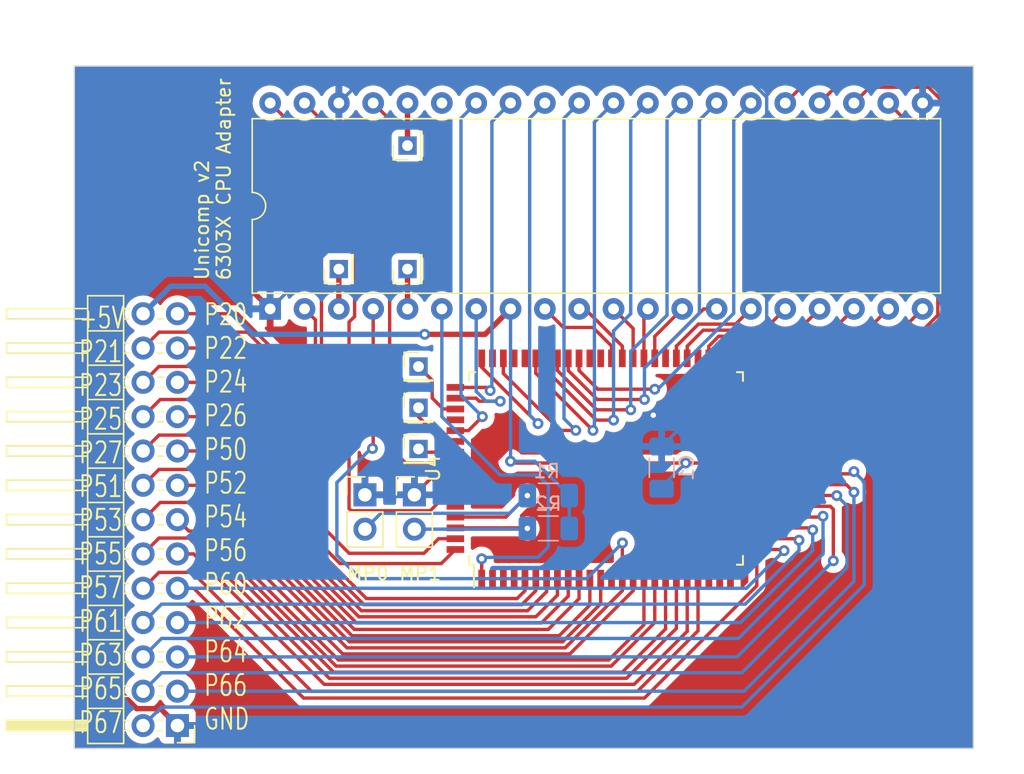
<source format=kicad_pcb>
(kicad_pcb (version 20240108) (generator "pcbnew") (generator_version "8.0")
  (layers (0 "F.Cu" signal) (31 "B.Cu" signal) (34 "B.Paste" user) (35 "F.Paste" user) (36 "B.SilkS" user "B.Silkscreen") (37 "F.SilkS" user "F.Silkscreen") (38 "B.Mask" user) (39 "F.Mask" user) (44 "Edge.Cuts" user))
  (net 0 "")
  (net 1 "+5V")
  (net 2 "GND")
  (net 3 "/P20")
  (net 4 "/P21")
  (net 5 "/P22")
  (net 6 "/~{NMI}")
  (net 7 "/~{IRQ1}")
  (net 8 "/~{RST}")
  (net 9 "/P23")
  (net 10 "/P24")
  (net 11 "/A15")
  (net 12 "/A14")
  (net 13 "/A13")
  (net 14 "/A12")
  (net 15 "/A11")
  (net 16 "/A10")
  (net 17 "/A9")
  (net 18 "/A8")
  (net 19 "/D7")
  (net 20 "/D6")
  (net 21 "/D5")
  (net 22 "/D4")
  (net 23 "/D3")
  (net 24 "/D2")
  (net 25 "/D1")
  (net 26 "/D0")
  (net 27 "/R{slash}~{W}")
  (net 28 "Net-(J6-Pin_1)")
  (net 29 "/A0")
  (net 30 "/A1")
  (net 31 "/A2")
  (net 32 "/A3")
  (net 33 "/A4")
  (net 34 "/A5")
  (net 35 "/A6")
  (net 36 "/A7")
  (net 37 "/PHI2")
  (net 38 "/CPUCLK")
  (net 39 "+5C")
  (net 40 "/MP0")
  (net 41 "/MP1")
  (net 43 "Net-(J3-Pin_1)")
  (net 44 "Net-(J4-Pin_1)")
  (net 45 "/~{HALT}")
  (net 48 "/BA")
  (net 49 "/P25")
  (net 50 "/P26")
  (net 51 "/P27")
  (net 66 "/P51")
  (net 67 "/P52")
  (net 68 "/P53")
  (net 69 "/P54")
  (net 70 "/P55")
  (net 71 "/P56")
  (net 72 "/P57")
  (net 73 "/P60")
  (net 74 "/P61")
  (net 75 "/P62")
  (net 76 "/P63")
  (net 77 "/P64")
  (net 78 "/P65")
  (net 79 "/P66")
  (net 80 "/P67")
  (net 81 "/~{LIR}")
  (net 82 "/~{WR}")
  (net 83 "/~{RD}")
  (footprint "Connector_PinHeader_2.54mm:PinHeader_1x02_P2.54mm_Vertical" (layer "F.Cu") (at 180.7464 66.4922)
    (property "Reference" "JP1" (hide yes))
    (property "Value" "Mode" (hide yes))
  )
  (footprint "Connector_PinHeader_2.00mm:PinHeader_1x01_P2.00mm_Vertical" (layer "F.Cu") (at 183.896 40.64 90)
    (property "Reference" "J4" (hide yes))
    (property "Value" ".")
  )
  (footprint "Package_QFP:PQFP-80_14x20mm_P0.8mm" (layer "F.Cu") (at 198.584 64.538 90)
    (property "Reference" "U4")
    (property "Value" "HD6303XF")
  )
  (footprint "Package_DIP:DIP-40_W15.24mm" (layer "F.Cu") (at 173.736 52.7304 90)
    (property "Reference" "U3" (hide yes))
    (property "Value" "MC6802")
  )
  (footprint "Connector_PinHeader_2.54mm:PinHeader_2x13_P2.54mm_Horizontal" (layer "F.Cu") (at 166.878 83.566 180)
    (property "Reference" "J1" (hide yes))
    (property "Value" "Conn_02x13_Odd_Even" (hide yes))
  )
  (footprint "Connector_PinHeader_2.54mm:PinHeader_1x02_P2.54mm_Vertical" (layer "F.Cu") (at 184.404 66.4922)
    (property "Reference" "JP2" (hide yes))
    (property "Value" "Mode" (hide yes))
  )
  (footprint "Connector_PinHeader_2.00mm:PinHeader_1x01_P2.00mm_Vertical" (layer "F.Cu") (at 184.7088 56.9976)
    (property "Reference" "J7" (hide yes))
    (property "Value" ".")
  )
  (footprint "Connector_PinHeader_2.00mm:PinHeader_1x01_P2.00mm_Vertical" (layer "F.Cu") (at 183.896 49.784 90)
    (property "Reference" "J6" (hide yes))
    (property "Value" ".")
  )
  (footprint "Connector_PinHeader_2.00mm:PinHeader_1x01_P2.00mm_Vertical" (layer "F.Cu") (at 184.7088 60.0456)
    (property "Reference" "J9" (hide yes))
    (property "Value" ".")
  )
  (footprint "Connector_PinHeader_2.00mm:PinHeader_1x01_P2.00mm_Vertical" (layer "F.Cu") (at 184.7088 63.0936)
    (property "Reference" "J8" (hide yes))
    (property "Value" ".")
  )
  (footprint "Connector_PinHeader_2.00mm:PinHeader_1x01_P2.00mm_Vertical" (layer "F.Cu") (at 178.816 49.784 90)
    (property "Reference" "J3" (hide yes))
    (property "Value" ".")
  )
  (footprint "Capacitor_SMD:C_1206_3216Metric_Pad1.33x1.80mm_HandSolder" (layer "B.Cu") (at 202.692 64.4775 90)
    (property "Reference" "C1")
    (property "Value" "100n")
  )
  (footprint "Resistor_SMD:R_1206_3216Metric_Pad1.30x1.75mm_HandSolder" (layer "B.Cu") (at 194.31 66.548 180)
    (property "Reference" "R1")
    (property "Value" "22k")
  )
  (footprint "Resistor_SMD:R_1206_3216Metric_Pad1.30x1.75mm_HandSolder" (layer "B.Cu") (at 194.31 68.974 180)
    (property "Reference" "R2")
    (property "Value" "22k")
  )
  (gr_rect (start 159.25 34.75) (end 225.75 85.262) (stroke (width 0.1)) (fill none) (layer "Edge.Cuts"))
  (gr_text "MP0 MP1\n" (at 179.324 72.898 0) (layer "F.SilkS") (effects (font (size 1 1)) (justify left bottom)))
  (gr_text "+5V\nP21\nP23\nP25\nP27\nP51\nP53\nP55\nP57\nP61\nP63\nP65\nP67" (at 159.5 84.25 0) (layer "F.SilkS") (effects (font (size 1.55 1.1)) (justify left bottom)))
  (gr_text "Unicomp v2\n6303X CPU Adapter" (at 170.8912 50.6984 90) (layer "F.SilkS") (effects (font (size 1 1)) (justify left bottom)))
  (gr_text "P20\nP22\nP24\nP26\nP50\nP52\nP54\nP56\nP60\nP62\nP64\nP66\nGND\n" (at 168.75 84 0) (layer "F.SilkS") (effects (font (size 1.55 1.1)) (justify left bottom)))
  (segment (start 185.166 54.61) (end 189.6364 54.61) (width 0.4) (layer "F.Cu") (net 1))
  (segment (start 189.6364 54.61) (end 191.516 52.7304) (width 0.4) (layer "F.Cu") (net 1))
  (segment (start 204.47 64.138) (end 200.914 64.138) (width 0.25) (layer "F.Cu") (net 1))
  (segment (start 200.914 64.138) (end 191.646 64.138) (width 0.25) (layer "F.Cu") (net 1))
  (segment (start 191.646 64.138) (end 191.516 64.008) (width 0.25) (layer "F.Cu") (net 1))
  (segment (start 209.734 64.138) (end 204.47 64.138) (width 0.25) (layer "F.Cu") (net 1))
  (via (at 191.516 64.008) (size 0.8) (drill 0.4) (layers "F.Cu" "B.Cu") (net 1))
  (via (at 204.47 64.138) (size 0.8) (drill 0.4) (layers "F.Cu" "B.Cu") (net 1))
  (via (at 185.166 54.61) (size 0.8) (drill 0.4) (layers "F.Cu" "B.Cu") (net 1))
  (segment (start 195.86 66.548) (end 195.86 68.974) (width 0.25) (layer "B.Cu") (net 1))
  (segment (start 172.466 54.61) (end 185.166 54.61) (width 0.4) (layer "B.Cu") (net 1))
  (segment (start 191.516 64.008) (end 193.32 64.008) (width 0.25) (layer "B.Cu") (net 1))
  (segment (start 166.37 51.054) (end 168.91 51.054) (width 0.4) (layer "B.Cu") (net 1))
  (segment (start 164.338 53.086) (end 166.37 51.054) (width 0.4) (layer "B.Cu") (net 1))
  (segment (start 193.32 64.008) (end 195.86 66.548) (width 0.25) (layer "B.Cu") (net 1))
  (segment (start 168.91 51.054) (end 172.466 54.61) (width 0.4) (layer "B.Cu") (net 1))
  (segment (start 191.516 64.008) (end 191.516 52.7304) (width 0.25) (layer "B.Cu") (net 1))
  (segment (start 202.692 66.04) (end 202.692 65.916) (width 0.25) (layer "B.Cu") (net 1))
  (segment (start 202.692 65.916) (end 204.47 64.138) (width 0.25) (layer "B.Cu") (net 1))
  (segment (start 163.860233 82.316) (end 165.628 82.316) (width 0.4) (layer "F.Cu") (net 2))
  (segment (start 165.628 82.316) (end 166.878 83.566) (width 0.4) (layer "F.Cu") (net 2))
  (segment (start 205.384 57.288) (end 202.075 60.597) (width 0.25) (layer "F.Cu") (net 2))
  (segment (start 180.7464 66.4922) (end 184.404 66.4922) (width 0.25) (layer "F.Cu") (net 2))
  (segment (start 163.576 51.054) (end 162.306 52.324) (width 0.4) (layer "F.Cu") (net 2))
  (segment (start 191.43 62.992) (end 189.484 64.938) (width 0.25) (layer "F.Cu") (net 2))
  (segment (start 187.434 64.938) (end 185.9582 64.938) (width 0.25) (layer "F.Cu") (net 2))
  (segment (start 162.306 52.324) (end 162.306 80.761767) (width 0.4) (layer "F.Cu") (net 2))
  (segment (start 162.306 80.761767) (end 163.860233 82.316) (width 0.4) (layer "F.Cu") (net 2))
  (segment (start 205.384 56.388) (end 205.384 57.288) (width 0.25) (layer "F.Cu") (net 2))
  (segment (start 172.0596 51.054) (end 163.576 51.054) (width 0.4) (layer "F.Cu") (net 2))
  (segment (start 199.68 62.992) (end 191.43 62.992) (width 0.25) (layer "F.Cu") (net 2))
  (segment (start 173.736 52.7304) (end 172.0596 51.054) (width 0.4) (layer "F.Cu") (net 2))
  (segment (start 202.075 60.597) (end 199.68 62.992) (width 0.25) (layer "F.Cu") (net 2))
  (segment (start 189.484 64.938) (end 187.434 64.938) (width 0.25) (layer "F.Cu") (net 2))
  (segment (start 185.9582 64.938) (end 184.404 66.4922) (width 0.25) (layer "F.Cu") (net 2))
  (via (at 202.075 60.597) (size 0.8) (drill 0.4) (layers "F.Cu" "B.Cu") (net 2))
  (segment (start 178.816 37.4904) (end 180.2892 36.0172) (width 0.25) (layer "B.Cu") (net 2))
  (segment (start 210.4644 37.067809) (end 210.4644 55.1426) (width 0.25) (layer "B.Cu") (net 2))
  (segment (start 210.4644 55.1426) (end 202.692 62.915) (width 0.25) (layer "B.Cu") (net 2))
  (segment (start 202.692 62.915) (end 202.692 61.214) (width 0.25) (layer "B.Cu") (net 2))
  (segment (start 178.816 47.6504) (end 173.736 52.7304) (width 0.25) (layer "B.Cu") (net 2))
  (segment (start 202.692 61.214) (end 202.075 60.597) (width 0.25) (layer "B.Cu") (net 2))
  (segment (start 178.816 37.4904) (end 178.816 47.6504) (width 0.25) (layer "B.Cu") (net 2))
  (segment (start 180.2892 36.0172) (end 209.413791 36.0172) (width 0.25) (layer "B.Cu") (net 2))
  (segment (start 209.413791 36.0172) (end 210.4644 37.067809) (width 0.25) (layer "B.Cu") (net 2))
  (segment (start 180.859168 74.168) (end 192.004 74.168) (width 0.25) (layer "F.Cu") (net 3))
  (segment (start 171.324396 53.086) (end 176.632 58.393604) (width 0.25) (layer "F.Cu") (net 3))
  (segment (start 176.632 69.940832) (end 180.859168 74.168) (width 0.25) (layer "F.Cu") (net 3))
  (segment (start 166.878 53.086) (end 171.324396 53.086) (width 0.25) (layer "F.Cu") (net 3))
  (segment (start 192.004 74.168) (end 192.584 73.588) (width 0.25) (layer "F.Cu") (net 3))
  (segment (start 192.584 73.588) (end 192.584 72.688) (width 0.25) (layer "F.Cu") (net 3))
  (segment (start 176.632 58.393604) (end 176.632 69.940832) (width 0.25) (layer "F.Cu") (net 3))
  (segment (start 164.338 55.626) (end 165.513 54.451) (width 0.25) (layer "F.Cu") (net 4))
  (segment (start 192.354 74.618) (end 193.384 73.588) (width 0.25) (layer "F.Cu") (net 4))
  (segment (start 193.384 73.588) (end 193.384 72.688) (width 0.25) (layer "F.Cu") (net 4))
  (segment (start 172.053 54.451) (end 176.182 58.58) (width 0.25) (layer "F.Cu") (net 4))
  (segment (start 165.513 54.451) (end 172.053 54.451) (width 0.25) (layer "F.Cu") (net 4))
  (segment (start 176.182 58.58) (end 176.182 70.127228) (width 0.25) (layer "F.Cu") (net 4))
  (segment (start 176.182 70.127228) (end 180.672772 74.618) (width 0.25) (layer "F.Cu") (net 4))
  (segment (start 180.672772 74.618) (end 192.354 74.618) (width 0.25) (layer "F.Cu") (net 4))
  (segment (start 194.184 72.688) (end 194.184 73.660396) (width 0.25) (layer "F.Cu") (net 5))
  (segment (start 192.776396 75.068) (end 180.486376 75.068) (width 0.25) (layer "F.Cu") (net 5))
  (segment (start 180.486376 75.068) (end 175.732 70.313624) (width 0.25) (layer "F.Cu") (net 5))
  (segment (start 175.732 70.313624) (end 175.732 59.779604) (width 0.25) (layer "F.Cu") (net 5))
  (segment (start 194.184 73.660396) (end 192.776396 75.068) (width 0.25) (layer "F.Cu") (net 5))
  (segment (start 175.732 59.779604) (end 171.578396 55.626) (width 0.25) (layer "F.Cu") (net 5))
  (segment (start 171.578396 55.626) (end 166.878 55.626) (width 0.25) (layer "F.Cu") (net 5))
  (segment (start 189.3824 71.2216) (end 189.3824 72.6864) (width 0.25) (layer "F.Cu") (net 6))
  (segment (start 189.3824 72.6864) (end 189.384 72.688) (width 0.25) (layer "F.Cu") (net 6))
  (via (at 189.3824 71.2216) (size 0.8) (drill 0.4) (layers "F.Cu" "B.Cu") (net 6))
  (segment (start 193.548 71.12) (end 189.484 71.12) (width 0.25) (layer "B.Cu") (net 6))
  (segment (start 189.484 71.12) (end 189.3824 71.2216) (width 0.25) (layer "B.Cu") (net 6))
  (segment (start 186.436 52.7304) (end 186.436 60.706) (width 0.25) (layer "B.Cu") (net 6))
  (segment (start 193.548 65.024) (end 194.31 65.786) (width 0.25) (layer "B.Cu") (net 6))
  (segment (start 186.436 60.706) (end 190.754 65.024) (width 0.25) (layer "B.Cu") (net 6))
  (segment (start 190.754 65.024) (end 193.548 65.024) (width 0.25) (layer "B.Cu") (net 6))
  (segment (start 194.31 65.786) (end 194.31 70.358) (width 0.25) (layer "B.Cu") (net 6))
  (segment (start 194.31 70.358) (end 193.548 71.12) (width 0.25) (layer "B.Cu") (net 6))
  (segment (start 181.356 52.7304) (end 181.356 63.013584) (width 0.25) (layer "F.Cu") (net 7))
  (segment (start 172.974 63.754) (end 172.974 71.374) (width 0.25) (layer "F.Cu") (net 7))
  (segment (start 172.466 63.246) (end 172.974 63.754) (width 0.25) (layer "F.Cu") (net 7))
  (segment (start 172.974 71.374) (end 179.418 77.818) (width 0.25) (layer "F.Cu") (net 7))
  (segment (start 166.878 63.246) (end 172.466 63.246) (width 0.25) (layer "F.Cu") (net 7))
  (segment (start 195.554 77.818) (end 199.784 73.588) (width 0.25) (layer "F.Cu") (net 7))
  (segment (start 181.356 63.013584) (end 181.3052 63.064384) (width 0.25) (layer "F.Cu") (net 7))
  (segment (start 179.418 77.818) (end 195.554 77.818) (width 0.25) (layer "F.Cu") (net 7))
  (segment (start 199.7964 70.0532) (end 199.784 70.0656) (width 0.25) (layer "F.Cu") (net 7))
  (segment (start 199.784 70.0656) (end 199.784 72.688) (width 0.25) (layer "F.Cu") (net 7))
  (segment (start 199.784 73.588) (end 199.784 72.688) (width 0.25) (layer "F.Cu") (net 7))
  (via (at 199.7964 70.0532) (size 0.8) (drill 0.4) (layers "F.Cu" "B.Cu") (net 7))
  (via (at 181.3052 63.064384) (size 0.8) (drill 0.4) (layers "F.Cu" "B.Cu") (net 7))
  (segment (start 197.1548 72.6948) (end 180.414804 72.6948) (width 0.25) (layer "B.Cu") (net 7))
  (segment (start 199.7964 70.0532) (end 197.1548 72.6948) (width 0.25) (layer "B.Cu") (net 7))
  (segment (start 180.414804 72.6948) (end 178.6708 70.950796) (width 0.25) (layer "B.Cu") (net 7))
  (segment (start 181.18782 63.064384) (end 181.3052 63.064384) (width 0.25) (layer "B.Cu") (net 7))
  (segment (start 178.6708 70.950796) (end 178.6708 65.581404) (width 0.25) (layer "B.Cu") (net 7))
  (segment (start 178.6708 65.581404) (end 181.18782 63.064384) (width 0.25) (layer "B.Cu") (net 7))
  (segment (start 177.532 41.2864) (end 173.736 37.4904) (width 0.25) (layer "F.Cu") (net 8))
  (segment (start 187.434 69.738) (end 186.1924 69.738) (width 0.25) (layer "F.Cu") (net 8))
  (segment (start 186.1924 69.738) (end 185.1152 70.8152) (width 0.25) (layer "F.Cu") (net 8))
  (segment (start 179.578 70.8152) (end 177.532 68.7692) (width 0.25) (layer "F.Cu") (net 8))
  (segment (start 185.1152 70.8152) (end 179.578 70.8152) (width 0.25) (layer "F.Cu") (net 8))
  (segment (start 177.532 68.7692) (end 177.532 41.2864) (width 0.25) (layer "F.Cu") (net 8))
  (segment (start 172.307 56.991) (end 175.282 59.966) (width 0.25) (layer "F.Cu") (net 9))
  (segment (start 193.388 75.518) (end 194.984 73.922) (width 0.25) (layer "F.Cu") (net 9))
  (segment (start 175.282 59.966) (end 175.282 70.50002) (width 0.25) (layer "F.Cu") (net 9))
  (segment (start 165.513 56.991) (end 172.307 56.991) (width 0.25) (layer "F.Cu") (net 9))
  (segment (start 164.338 58.166) (end 165.513 56.991) (width 0.25) (layer "F.Cu") (net 9))
  (segment (start 194.984 73.922) (end 194.984 72.688) (width 0.25) (layer "F.Cu") (net 9))
  (segment (start 180.29998 75.518) (end 193.388 75.518) (width 0.25) (layer "F.Cu") (net 9))
  (segment (start 175.282 70.50002) (end 180.29998 75.518) (width 0.25) (layer "F.Cu") (net 9))
  (segment (start 195.784 73.988198) (end 193.804198 75.968) (width 0.25) (layer "F.Cu") (net 10))
  (segment (start 195.784 72.688) (end 195.784 73.988198) (width 0.25) (layer "F.Cu") (net 10))
  (segment (start 174.832 61.165604) (end 171.832396 58.166) (width 0.25) (layer "F.Cu") (net 10))
  (segment (start 171.832396 58.166) (end 166.878 58.166) (width 0.25) (layer "F.Cu") (net 10))
  (segment (start 180.113584 75.968) (end 174.832 70.686416) (width 0.25) (layer "F.Cu") (net 10))
  (segment (start 193.804198 75.968) (end 180.113584 75.968) (width 0.25) (layer "F.Cu") (net 10))
  (segment (start 174.832 70.686416) (end 174.832 61.165604) (width 0.25) (layer "F.Cu") (net 10))
  (segment (start 216.316 63.338) (end 225.044 54.61) (width 0.25) (layer "F.Cu") (net 11))
  (segment (start 225.044 54.61) (end 225.044 36.322) (width 0.25) (layer "F.Cu") (net 11))
  (segment (start 225.044 36.322) (end 223.972 35.25) (width 0.25) (layer "F.Cu") (net 11))
  (segment (start 223.972 35.25) (end 214.0764 35.25) (width 0.25) (layer "F.Cu") (net 11))
  (segment (start 209.734 63.338) (end 216.316 63.338) (width 0.25) (layer "F.Cu") (net 11))
  (segment (start 214.0764 35.25) (end 211.836 37.4904) (width 0.25) (layer "F.Cu") (net 11))
  (segment (start 209.734 62.538) (end 216.354 62.538) (width 0.25) (layer "F.Cu") (net 12))
  (segment (start 223.202 35.75) (end 216.1164 35.75) (width 0.25) (layer "F.Cu") (net 12))
  (segment (start 216.1164 35.75) (end 214.376 37.4904) (width 0.25) (layer "F.Cu") (net 12))
  (segment (start 216.354 62.538) (end 224.536 54.356) (width 0.25) (layer "F.Cu") (net 12))
  (segment (start 224.536 54.356) (end 224.536 37.084) (width 0.25) (layer "F.Cu") (net 12))
  (segment (start 224.536 37.084) (end 223.202 35.75) (width 0.25) (layer "F.Cu") (net 12))
  (segment (start 224.086 53.79) (end 224.086 37.989409) (width 0.25) (layer "F.Cu") (net 13))
  (segment (start 222.418591 36.322) (end 218.0844 36.322) (width 0.25) (layer "F.Cu") (net 13))
  (segment (start 224.086 37.989409) (end 222.418591 36.322) (width 0.25) (layer "F.Cu") (net 13))
  (segment (start 216.138 61.738) (end 224.086 53.79) (width 0.25) (layer "F.Cu") (net 13))
  (segment (start 218.0844 36.322) (end 216.916 37.4904) (width 0.25) (layer "F.Cu") (net 13))
  (segment (start 209.734 61.738) (end 216.138 61.738) (width 0.25) (layer "F.Cu") (net 13))
  (segment (start 209.734 60.938) (end 215.379391 60.938) (width 0.25) (layer "F.Cu") (net 14))
  (segment (start 223.121 53.196391) (end 223.121 41.1554) (width 0.25) (layer "F.Cu") (net 14))
  (segment (start 215.379391 60.938) (end 223.121 53.196391) (width 0.25) (layer "F.Cu") (net 14))
  (segment (start 223.121 41.1554) (end 219.456 37.4904) (width 0.25) (layer "F.Cu") (net 14))
  (segment (start 214.5884 60.138) (end 221.996 52.7304) (width 0.25) (layer "F.Cu") (net 15))
  (segment (start 209.734 60.138) (end 214.5884 60.138) (width 0.25) (layer "F.Cu") (net 15))
  (segment (start 212.8484 59.338) (end 219.456 52.7304) (width 0.25) (layer "F.Cu") (net 16))
  (segment (start 209.734 59.338) (end 212.8484 59.338) (width 0.25) (layer "F.Cu") (net 16))
  (segment (start 209.734 58.538) (end 211.1084 58.538) (width 0.25) (layer "F.Cu") (net 17))
  (segment (start 211.1084 58.538) (end 216.916 52.7304) (width 0.25) (layer "F.Cu") (net 17))
  (segment (start 206.9166 54.7554) (end 212.351 54.7554) (width 0.25) (layer "F.Cu") (net 18))
  (segment (start 212.351 54.7554) (end 214.376 52.7304) (width 0.25) (layer "F.Cu") (net 18))
  (segment (start 206.184 56.388) (end 206.184 55.488) (width 0.25) (layer "F.Cu") (net 18))
  (segment (start 206.184 55.488) (end 206.9166 54.7554) (width 0.25) (layer "F.Cu") (net 18))
  (segment (start 196.584 56.388) (end 196.584 57.288) (width 0.25) (layer "F.Cu") (net 19))
  (segment (start 197.97 58.674) (end 202.184 58.674) (width 0.25) (layer "F.Cu") (net 19))
  (segment (start 196.584 57.288) (end 197.97 58.674) (width 0.25) (layer "F.Cu") (net 19))
  (via (at 202.184 58.674) (size 0.8) (drill 0.4) (layers "F.Cu" "B.Cu") (net 19))
  (segment (start 202.184 58.674) (end 202.403391 58.674) (width 0.25) (layer "B.Cu") (net 19))
  (segment (start 208.026 38.7604) (end 209.296 37.4904) (width 0.25) (layer "B.Cu") (net 19))
  (segment (start 208.026 53.051391) (end 208.026 38.7604) (width 0.25) (layer "B.Cu") (net 19))
  (segment (start 202.403391 58.674) (end 208.026 53.051391) (width 0.25) (layer "B.Cu") (net 19))
  (segment (start 195.784 56.388) (end 195.784 57.288) (width 0.25) (layer "F.Cu") (net 20))
  (segment (start 195.784 57.288) (end 197.932 59.436) (width 0.25) (layer "F.Cu") (net 20))
  (segment (start 197.932 59.436) (end 201.422 59.436) (width 0.25) (layer "F.Cu") (net 20))
  (via (at 201.422 59.436) (size 0.8) (drill 0.4) (layers "F.Cu" "B.Cu") (net 20))
  (segment (start 201.422 59.436) (end 201.422 57.115391) (width 0.25) (layer "B.Cu") (net 20))
  (segment (start 205.486 53.051391) (end 205.486 38.7604) (width 0.25) (layer "B.Cu") (net 20))
  (segment (start 201.422 57.115391) (end 205.486 53.051391) (width 0.25) (layer "B.Cu") (net 20))
  (segment (start 205.486 38.7604) (end 206.756 37.4904) (width 0.25) (layer "B.Cu") (net 20))
  (segment (start 194.984 57.288) (end 197.894 60.198) (width 0.25) (layer "F.Cu") (net 21))
  (segment (start 194.984 56.388) (end 194.984 57.288) (width 0.25) (layer "F.Cu") (net 21))
  (segment (start 197.894 60.198) (end 200.406 60.198) (width 0.25) (layer "F.Cu") (net 21))
  (via (at 200.406 60.198) (size 0.8) (drill 0.4) (layers "F.Cu" "B.Cu") (net 21))
  (segment (start 203.091 53.195) (end 203.091 38.6154) (width 0.25) (layer "B.Cu") (net 21))
  (segment (start 200.406 55.88) (end 203.091 53.195) (width 0.25) (layer "B.Cu") (net 21))
  (segment (start 203.091 38.6154) (end 204.216 37.4904) (width 0.25) (layer "B.Cu") (net 21))
  (segment (start 200.406 60.198) (end 200.406 55.88) (width 0.25) (layer "B.Cu") (net 21))
  (segment (start 197.856 60.96) (end 199.136 60.96) (width 0.25) (layer "F.Cu") (net 22))
  (segment (start 194.184 57.288) (end 197.856 60.96) (width 0.25) (layer "F.Cu") (net 22))
  (segment (start 194.184 56.388) (end 194.184 57.288) (width 0.25) (layer "F.Cu") (net 22))
  (via (at 199.136 60.96) (size 0.8) (drill 0.4) (layers "F.Cu" "B.Cu") (net 22))
  (segment (start 200.406 38.7604) (end 201.676 37.4904) (width 0.25) (layer "B.Cu") (net 22))
  (segment (start 200.406 53.086) (end 200.406 38.7604) (width 0.25) (layer "B.Cu") (net 22))
  (segment (start 199.136 60.96) (end 199.136 54.356) (width 0.25) (layer "B.Cu") (net 22))
  (segment (start 199.136 54.356) (end 200.406 53.086) (width 0.25) (layer "B.Cu") (net 22))
  (segment (start 193.384 56.388) (end 193.384 57.494) (width 0.25) (layer "F.Cu") (net 23))
  (segment (start 193.384 57.494) (end 197.612 61.722) (width 0.25) (layer "F.Cu") (net 23))
  (via (at 197.612 61.722) (size 0.8) (drill 0.4) (layers "F.Cu" "B.Cu") (net 23))
  (segment (start 197.612 61.722) (end 197.721 61.613) (width 0.25) (layer "B.Cu") (net 23))
  (segment (start 197.721 38.9054) (end 199.136 37.4904) (width 0.25) (layer "B.Cu") (net 23))
  (segment (start 197.721 61.613) (end 197.721 38.9054) (width 0.25) (layer "B.Cu") (net 23))
  (segment (start 190.984 57.507) (end 195.199 61.722) (width 0.25) (layer "F.Cu") (net 24))
  (segment (start 195.199 61.722) (end 196.342 61.722) (width 0.25) (layer "F.Cu") (net 24))
  (segment (start 190.984 56.388) (end 190.984 57.507) (width 0.25) (layer "F.Cu") (net 24))
  (via (at 196.342 61.722) (size 0.8) (drill 0.4) (layers "F.Cu" "B.Cu") (net 24))
  (segment (start 196.342 61.722) (end 195.471 60.851) (width 0.25) (layer "B.Cu") (net 24))
  (segment (start 195.471 60.851) (end 195.471 38.6154) (width 0.25) (layer "B.Cu") (net 24))
  (segment (start 195.471 38.6154) (end 196.596 37.4904) (width 0.25) (layer "B.Cu") (net 24))
  (segment (start 189.384 56.388) (end 189.384 57.05) (width 0.25) (layer "F.Cu") (net 25))
  (segment (start 189.384 57.05) (end 193.548 61.214) (width 0.25) (layer "F.Cu") (net 25))
  (via (at 193.548 61.214) (size 0.8) (drill 0.4) (layers "F.Cu" "B.Cu") (net 25))
  (segment (start 192.931 38.6154) (end 194.056 37.4904) (width 0.25) (layer "B.Cu") (net 25))
  (segment (start 192.931 60.597) (end 192.931 38.6154) (width 0.25) (layer "B.Cu") (net 25))
  (segment (start 193.548 61.214) (end 192.931 60.597) (width 0.25) (layer "B.Cu") (net 25))
  (segment (start 187.434 58.538) (end 189.775984 58.538) (width 0.25) (layer "F.Cu") (net 26))
  (segment (start 189.775984 58.538) (end 190.010992 58.773008) (width 0.25) (layer "F.Cu") (net 26))
  (via (at 190.010992 58.773008) (size 0.8) (drill 0.4) (layers "F.Cu" "B.Cu") (net 26))
  (segment (start 190.137992 38.868408) (end 190.137992 58.646008) (width 0.25) (layer "B.Cu") (net 26))
  (segment (start 190.137992 58.646008) (end 190.010992 58.773008) (width 0.25) (layer "B.Cu") (net 26))
  (segment (start 191.516 37.4904) (end 190.137992 38.868408) (width 0.25) (layer "B.Cu") (net 26))
  (segment (start 188.4012 61.738) (end 189.4332 60.706) (width 0.25) (layer "F.Cu") (net 27))
  (segment (start 187.434 61.738) (end 188.4012 61.738) (width 0.25) (layer "F.Cu") (net 27))
  (via (at 189.4332 60.706) (size 0.8) (drill 0.4) (layers "F.Cu" "B.Cu") (net 27))
  (segment (start 189.4332 60.706) (end 187.851 59.1238) (width 0.25) (layer "B.Cu") (net 27))
  (segment (start 187.851 38.6154) (end 188.976 37.4904) (width 0.25) (layer "B.Cu") (net 27))
  (segment (start 187.851 59.1238) (end 187.851 38.6154) (width 0.25) (layer "B.Cu") (net 27))
  (segment (start 183.896 49.784) (end 183.896 52.7304) (width 0.4) (layer "F.Cu") (net 28))
  (segment (start 198.984 55.474) (end 198.984 56.388) (width 0.25) (layer "F.Cu") (net 29))
  (segment (start 195.4276 54.102) (end 197.612 54.102) (width 0.25) (layer "F.Cu") (net 29))
  (segment (start 194.056 52.7304) (end 195.4276 54.102) (width 0.25) (layer "F.Cu") (net 29))
  (segment (start 197.612 54.102) (end 198.984 55.474) (width 0.25) (layer "F.Cu") (net 29))
  (segment (start 196.596 52.7304) (end 197.0264 52.7304) (width 0.25) (layer "F.Cu") (net 30))
  (segment (start 199.784 55.488) (end 199.784 56.388) (width 0.25) (layer "F.Cu") (net 30))
  (segment (start 197.0264 52.7304) (end 199.784 55.488) (width 0.25) (layer "F.Cu") (net 30))
  (segment (start 199.136 52.7304) (end 200.584 54.1784) (width 0.25) (layer "F.Cu") (net 31))
  (segment (start 200.584 54.1784) (end 200.584 56.388) (width 0.25) (layer "F.Cu") (net 31))
  (segment (start 201.384 53.0224) (end 201.384 56.388) (width 0.25) (layer "F.Cu") (net 32))
  (segment (start 201.676 52.7304) (end 201.384 53.0224) (width 0.25) (layer "F.Cu") (net 32))
  (segment (start 204.216 52.7304) (end 202.184 54.7624) (width 0.25) (layer "F.Cu") (net 33))
  (segment (start 202.184 54.7624) (end 202.184 56.388) (width 0.25) (layer "F.Cu") (net 33))
  (segment (start 206.756 52.7304) (end 205.806991 52.7304) (width 0.25) (layer "F.Cu") (net 34))
  (segment (start 202.984 55.553391) (end 202.984 56.388) (width 0.25) (layer "F.Cu") (net 34))
  (segment (start 205.806991 52.7304) (end 202.984 55.553391) (width 0.25) (layer "F.Cu") (net 34))
  (segment (start 208.171 53.8554) (end 205.4166 53.8554) (width 0.25) (layer "F.Cu") (net 35))
  (segment (start 205.4166 53.8554) (end 203.784 55.488) (width 0.25) (layer "F.Cu") (net 35))
  (segment (start 209.296 52.7304) (end 208.171 53.8554) (width 0.25) (layer "F.Cu") (net 35))
  (segment (start 203.784 55.488) (end 203.784 56.388) (width 0.25) (layer "F.Cu") (net 35))
  (segment (start 211.836 52.7304) (end 210.261 54.3054) (width 0.25) (layer "F.Cu") (net 36))
  (segment (start 205.7666 54.3054) (end 204.584 55.488) (width 0.25) (layer "F.Cu") (net 36))
  (segment (start 204.584 55.488) (end 204.584 56.388) (width 0.25) (layer "F.Cu") (net 36))
  (segment (start 210.261 54.3054) (end 205.7666 54.3054) (width 0.25) (layer "F.Cu") (net 36))
  (segment (start 182.5752 38.7096) (end 181.356 37.4904) (width 0.25) (layer "F.Cu") (net 37))
  (segment (start 187.434 64.138) (end 183.7532 64.138) (width 0.25) (layer "F.Cu") (net 37))
  (segment (start 183.7532 64.138) (end 182.5752 62.96) (width 0.25) (layer "F.Cu") (net 37))
  (segment (start 182.5752 62.96) (end 182.5752 38.7096) (width 0.25) (layer "F.Cu") (net 37))
  (segment (start 179.9844 41.1988) (end 176.276 37.4904) (width 0.25) (layer "F.Cu") (net 38))
  (segment (start 186.7066 66.538) (end 185.5774 67.6672) (width 0.25) (layer "F.Cu") (net 38))
  (segment (start 185.5774 67.6672) (end 179.732 67.6672) (width 0.25) (layer "F.Cu") (net 38))
  (segment (start 179.5714 53.7022) (end 179.9844 53.2892) (width 0.25) (layer "F.Cu") (net 38))
  (segment (start 187.434 66.538) (end 186.7066 66.538) (width 0.25) (layer "F.Cu") (net 38))
  (segment (start 179.5714 67.5066) (end 179.5714 53.7022) (width 0.25) (layer "F.Cu") (net 38))
  (segment (start 179.732 67.6672) (end 179.5714 67.5066) (width 0.25) (layer "F.Cu") (net 38))
  (segment (start 179.9844 53.2892) (end 179.9844 41.1988) (width 0.25) (layer "F.Cu") (net 38))
  (segment (start 187.434 68.138) (end 191.17 68.138) (width 0.25) (layer "F.Cu") (net 40))
  (segment (start 191.17 68.138) (end 192.76 66.548) (width 0.25) (layer "F.Cu") (net 40))
  (via (at 192.76 66.548) (size 0.8) (drill 0.4) (layers "F.Cu" "B.Cu") (net 40))
  (segment (start 180.7464 69.0322) (end 181.9214 67.8572) (width 0.25) (layer "B.Cu") (net 40))
  (segment (start 191.4508 67.8572) (end 192.76 66.548) (width 0.25) (layer "B.Cu") (net 40))
  (segment (start 181.9214 67.8572) (end 191.4508 67.8572) (width 0.25) (layer "B.Cu") (net 40))
  (segment (start 187.434 68.938) (end 192.724 68.938) (width 0.25) (layer "F.Cu") (net 41))
  (segment (start 192.724 68.938) (end 192.76 68.974) (width 0.25) (layer "F.Cu") (net 41))
  (via (at 192.76 68.974) (size 0.8) (drill 0.4) (layers "F.Cu" "B.Cu") (net 41))
  (segment (start 192.7018 69.0322) (end 192.76 68.974) (width 0.25) (layer "B.Cu") (net 41))
  (segment (start 184.404 69.0322) (end 192.7018 69.0322) (width 0.25) (layer "B.Cu") (net 41))
  (segment (start 178.816 49.784) (end 178.816 52.7304) (width 0.4) (layer "F.Cu") (net 43))
  (segment (start 183.896 37.4904) (end 183.896 40.64) (width 0.4) (layer "F.Cu") (net 44))
  (segment (start 178.904764 71.5772) (end 177.082 69.754436) (width 0.25) (layer "F.Cu") (net 45))
  (segment (start 177.082 53.5364) (end 176.276 52.7304) (width 0.25) (layer "F.Cu") (net 45))
  (segment (start 187.434 70.538) (end 186.3948 71.5772) (width 0.25) (layer "F.Cu") (net 45))
  (segment (start 186.3948 71.5772) (end 178.904764 71.5772) (width 0.25) (layer "F.Cu") (net 45))
  (segment (start 177.082 69.754436) (end 177.082 53.5364) (width 0.25) (layer "F.Cu") (net 45))
  (segment (start 188.976 59.338) (end 189.201 59.563) (width 0.25) (layer "F.Cu") (net 48))
  (segment (start 189.201 59.563) (end 190.754 59.563) (width 0.25) (layer "F.Cu") (net 48))
  (segment (start 187.434 59.338) (end 188.976 59.338) (width 0.25) (layer "F.Cu") (net 48))
  (via (at 190.754 59.563) (size 0.8) (drill 0.4) (layers "F.Cu" "B.Cu") (net 48))
  (segment (start 189.704968 59.563) (end 190.754 59.563) (width 0.25) (layer "B.Cu") (net 48))
  (segment (start 188.976 52.7304) (end 188.976 58.834032) (width 0.25) (layer "B.Cu") (net 48))
  (segment (start 188.976 58.834032) (end 189.704968 59.563) (width 0.25) (layer "B.Cu") (net 48))
  (segment (start 174.382 70.872812) (end 179.963188 76.454) (width 0.25) (layer "F.Cu") (net 49))
  (segment (start 196.584 74.18) (end 196.584 72.688) (width 0.25) (layer "F.Cu") (net 49))
  (segment (start 194.31 76.454) (end 196.584 74.18) (width 0.25) (layer "F.Cu") (net 49))
  (segment (start 172.466 59.436) (end 174.382 61.352) (width 0.25) (layer "F.Cu") (net 49))
  (segment (start 165.608 59.436) (end 172.466 59.436) (width 0.25) (layer "F.Cu") (net 49))
  (segment (start 164.338 60.706) (end 165.608 59.436) (width 0.25) (layer "F.Cu") (net 49))
  (segment (start 179.963188 76.454) (end 194.31 76.454) (width 0.25) (layer "F.Cu") (net 49))
  (segment (start 174.382 61.352) (end 174.382 70.872812) (width 0.25) (layer "F.Cu") (net 49))
  (segment (start 173.932 71.059208) (end 173.932 62.805604) (width 0.25) (layer "F.Cu") (net 50))
  (segment (start 179.790792 76.918) (end 173.932 71.059208) (width 0.25) (layer "F.Cu") (net 50))
  (segment (start 173.932 62.805604) (end 171.832396 60.706) (width 0.25) (layer "F.Cu") (net 50))
  (segment (start 197.384 74.65) (end 195.116 76.918) (width 0.25) (layer "F.Cu") (net 50))
  (segment (start 197.384 72.688) (end 197.384 74.65) (width 0.25) (layer "F.Cu") (net 50))
  (segment (start 171.832396 60.706) (end 166.878 60.706) (width 0.25) (layer "F.Cu") (net 50))
  (segment (start 195.116 76.918) (end 179.790792 76.918) (width 0.25) (layer "F.Cu") (net 50))
  (segment (start 173.482 71.245604) (end 179.604396 77.368) (width 0.25) (layer "F.Cu") (net 51))
  (segment (start 164.338 63.246) (end 165.513 62.071) (width 0.25) (layer "F.Cu") (net 51))
  (segment (start 173.482 62.992) (end 173.482 71.245604) (width 0.25) (layer "F.Cu") (net 51))
  (segment (start 179.604396 77.368) (end 195.367604 77.368) (width 0.25) (layer "F.Cu") (net 51))
  (segment (start 172.561 62.071) (end 173.482 62.992) (width 0.25) (layer "F.Cu") (net 51))
  (segment (start 195.367604 77.368) (end 198.184 74.551604) (width 0.25) (layer "F.Cu") (net 51))
  (segment (start 198.184 74.551604) (end 198.184 72.688) (width 0.25) (layer "F.Cu") (net 51))
  (segment (start 165.513 62.071) (end 172.561 62.071) (width 0.25) (layer "F.Cu") (net 51))
  (segment (start 165.513 64.611) (end 164.338 65.786) (width 0.25) (layer "F.Cu") (net 66))
  (segment (start 200.584 72.688) (end 200.584 73.588) (width 0.25) (layer "F.Cu") (net 66))
  (segment (start 200.584 73.588) (end 195.904 78.268) (width 0.25) (layer "F.Cu") (net 66))
  (segment (start 172.466 65.278) (end 171.799 64.611) (width 0.25) (layer "F.Cu") (net 66))
  (segment (start 171.799 64.611) (end 165.513 64.611) (width 0.25) (layer "F.Cu") (net 66))
  (segment (start 195.904 78.268) (end 179.106 78.268) (width 0.25) (layer "F.Cu") (net 66))
  (segment (start 172.466 71.628) (end 172.466 65.278) (width 0.25) (layer "F.Cu") (net 66))
  (segment (start 179.106 78.268) (end 172.466 71.628) (width 0.25) (layer "F.Cu") (net 66))
  (segment (start 169.546396 65.786) (end 171.958 68.197604) (width 0.25) (layer "F.Cu") (net 67))
  (segment (start 178.796792 78.718) (end 198.775604 78.718) (width 0.25) (layer "F.Cu") (net 67))
  (segment (start 171.958 68.197604) (end 171.958 71.879208) (width 0.25) (layer "F.Cu") (net 67))
  (segment (start 201.384 76.109604) (end 201.384 72.688) (width 0.25) (layer "F.Cu") (net 67))
  (segment (start 171.958 71.879208) (end 178.796792 78.718) (width 0.25) (layer "F.Cu") (net 67))
  (segment (start 166.878 65.786) (end 169.546396 65.786) (width 0.25) (layer "F.Cu") (net 67))
  (segment (start 198.775604 78.718) (end 201.384 76.109604) (width 0.25) (layer "F.Cu") (net 67))
  (segment (start 171.392 69.155604) (end 169.292396 67.056) (width 0.25) (layer "F.Cu") (net 68))
  (segment (start 202.184 75.946) (end 198.962 79.168) (width 0.25) (layer "F.Cu") (net 68))
  (segment (start 198.962 79.168) (end 178.610396 79.168) (width 0.25) (layer "F.Cu") (net 68))
  (segment (start 169.292396 67.056) (end 165.608 67.056) (width 0.25) (layer "F.Cu") (net 68))
  (segment (start 178.610396 79.168) (end 171.392 71.949604) (width 0.25) (layer "F.Cu") (net 68))
  (segment (start 202.184 72.688) (end 202.184 75.946) (width 0.25) (layer "F.Cu") (net 68))
  (segment (start 165.608 67.056) (end 164.338 68.326) (width 0.25) (layer "F.Cu") (net 68))
  (segment (start 171.392 71.949604) (end 171.392 69.155604) (width 0.25) (layer "F.Cu") (net 68))
  (segment (start 167.728 69.176) (end 167.982 69.176) (width 0.25) (layer "F.Cu") (net 69))
  (segment (start 178.424 79.618) (end 199.782 79.618) (width 0.25) (layer "F.Cu") (net 69))
  (segment (start 202.984 76.416) (end 202.984 72.688) (width 0.25) (layer "F.Cu") (net 69))
  (segment (start 167.982 69.176) (end 178.424 79.618) (width 0.25) (layer "F.Cu") (net 69))
  (segment (start 199.782 79.618) (end 202.984 76.416) (width 0.25) (layer "F.Cu") (net 69))
  (segment (start 166.878 68.326) (end 167.728 69.176) (width 0.25) (layer "F.Cu") (net 69))
  (segment (start 200.094 80.068) (end 178.112 80.068) (width 0.25) (layer "F.Cu") (net 70))
  (segment (start 203.784 72.688) (end 203.784 76.378) (width 0.25) (layer "F.Cu") (net 70))
  (segment (start 165.513 69.691) (end 164.338 70.866) (width 0.25) (layer "F.Cu") (net 70))
  (segment (start 203.784 76.378) (end 200.094 80.068) (width 0.25) (layer "F.Cu") (net 70))
  (segment (start 178.112 80.068) (end 167.735 69.691) (width 0.25) (layer "F.Cu") (net 70))
  (segment (start 167.735 69.691) (end 165.513 69.691) (width 0.25) (layer "F.Cu") (net 70))
  (segment (start 200.66 80.518) (end 204.584 76.594) (width 0.25) (layer "F.Cu") (net 71))
  (segment (start 177.732081 80.518) (end 200.66 80.518) (width 0.25) (layer "F.Cu") (net 71))
  (segment (start 204.584 76.594) (end 204.584 72.688) (width 0.25) (layer "F.Cu") (net 71))
  (segment (start 166.878 70.866) (end 168.080081 70.866) (width 0.25) (layer "F.Cu") (net 71))
  (segment (start 168.080081 70.866) (end 177.732081 80.518) (width 0.25) (layer "F.Cu") (net 71))
  (segment (start 167.989 72.231) (end 165.513 72.231) (width 0.25) (layer "F.Cu") (net 72))
  (segment (start 205.384 76.556) (end 200.914 81.026) (width 0.25) (layer "F.Cu") (net 72))
  (segment (start 205.384 72.688) (end 205.384 76.556) (width 0.25) (layer "F.Cu") (net 72))
  (segment (start 176.784 81.026) (end 167.989 72.231) (width 0.25) (layer "F.Cu") (net 72))
  (segment (start 165.513 72.231) (end 164.338 73.406) (width 0.25) (layer "F.Cu") (net 72))
  (segment (start 200.914 81.026) (end 176.784 81.026) (width 0.25) (layer "F.Cu") (net 72))
  (segment (start 176.208081 81.534) (end 168.080081 73.406) (width 0.25) (layer "F.Cu") (net 73))
  (segment (start 209.734 70.538) (end 211.663 70.538) (width 0.25) (layer "F.Cu") (net 73))
  (segment (start 168.080081 73.406) (end 166.878 73.406) (width 0.25) (layer "F.Cu") (net 73))
  (segment (start 201.422 81.534) (end 176.208081 81.534) (width 0.25) (layer "F.Cu") (net 73))
  (segment (start 211.663 70.538) (end 211.75 70.625) (width 0.25) (layer "F.Cu") (net 73))
  (segment (start 209.734 70.538) (end 209.734 73.222) (width 0.25) (layer "F.Cu") (net 73))
  (segment (start 209.734 73.222) (end 201.422 81.534) (width 0.25) (layer "F.Cu") (net 73))
  (via (at 211.75 70.625) (size 0.8) (drill 0.4) (layers "F.Cu" "B.Cu") (net 73))
  (segment (start 208.969 73.406) (end 211.75 70.625) (width 0.25) (layer "B.Cu") (net 73))
  (segment (start 166.878 73.406) (end 208.969 73.406) (width 0.25) (layer "B.Cu") (net 73))
  (segment (start 212.852 69.85) (end 212.74 69.738) (width 0.25) (layer "F.Cu") (net 74))
  (segment (start 212.74 69.738) (end 209.734 69.738) (width 0.25) (layer "F.Cu") (net 74))
  (via (at 212.852 69.85) (size 0.8) (drill 0.4) (layers "F.Cu" "B.Cu") (net 74))
  (segment (start 164.338 75.946) (end 165.703 74.581) (width 0.25) (layer "B.Cu") (net 74))
  (segment (start 212.598 70.866) (end 212.852 70.612) (width 0.25) (layer "B.Cu") (net 74))
  (segment (start 208.883 74.581) (end 212.598 70.866) (width 0.25) (layer "B.Cu") (net 74))
  (segment (start 165.703 74.581) (end 208.883 74.581) (width 0.25) (layer "B.Cu") (net 74))
  (segment (start 212.852 70.612) (end 212.852 69.85) (width 0.25) (layer "B.Cu") (net 74))
  (segment (start 209.734 68.938) (end 213.718 68.938) (width 0.25) (layer "F.Cu") (net 75))
  (segment (start 213.718 68.938) (end 213.868 69.088) (width 0.25) (layer "F.Cu") (net 75))
  (via (at 213.868 69.088) (size 0.8) (drill 0.4) (layers "F.Cu" "B.Cu") (net 75))
  (segment (start 208.534 75.946) (end 166.878 75.946) (width 0.25) (layer "B.Cu") (net 75))
  (segment (start 213.868 70.612) (end 208.534 75.946) (width 0.25) (layer "B.Cu") (net 75))
  (segment (start 213.868 69.088) (end 213.868 70.612) (width 0.25) (layer "B.Cu") (net 75))
  (segment (start 214.63 68.072) (end 214.564 68.138) (width 0.25) (layer "F.Cu") (net 76))
  (segment (start 214.564 68.138) (end 209.734 68.138) (width 0.25) (layer "F.Cu") (net 76))
  (via (at 214.63 68.072) (size 0.8) (drill 0.4) (layers "F.Cu" "B.Cu") (net 76))
  (segment (start 214.63 70.866) (end 214.63 68.072) (width 0.25) (layer "B.Cu") (net 76))
  (segment (start 165.703 77.121) (end 208.375 77.121) (width 0.25) (layer "B.Cu") (net 76))
  (segment (start 208.375 77.121) (end 214.63 70.866) (width 0.25) (layer "B.Cu") (net 76))
  (segment (start 164.338 78.486) (end 165.703 77.121) (width 0.25) (layer "B.Cu") (net 76))
  (segment (start 215.392 67.564) (end 215.392 71.374) (width 0.25) (layer "F.Cu") (net 77))
  (segment (start 215.166 67.338) (end 215.392 67.564) (width 0.25) (layer "F.Cu") (net 77))
  (segment (start 209.734 67.338) (end 215.166 67.338) (width 0.25) (layer "F.Cu") (net 77))
  (via (at 215.392 71.374) (size 0.8) (drill 0.4) (layers "F.Cu" "B.Cu") (net 77))
  (segment (start 208.28 78.486) (end 166.878 78.486) (width 0.25) (layer "B.Cu") (net 77))
  (segment (start 215.392 71.374) (end 208.28 78.486) (width 0.25) (layer "B.Cu") (net 77))
  (segment (start 215.646 66.548) (end 215.636 66.538) (width 0.25) (layer "F.Cu") (net 78))
  (segment (start 215.636 66.538) (end 209.734 66.538) (width 0.25) (layer "F.Cu") (net 78))
  (via (at 215.646 66.548) (size 0.8) (drill 0.4) (layers "F.Cu" "B.Cu") (net 78))
  (segment (start 165.703 79.661) (end 208.629 79.661) (width 0.25) (layer "B.Cu") (net 78))
  (segment (start 164.338 81.026) (end 165.703 79.661) (width 0.25) (layer "B.Cu") (net 78))
  (segment (start 208.629 79.661) (end 216.408 71.882) (width 0.25) (layer "B.Cu") (net 78))
  (segment (start 216.408 67.31) (end 215.646 66.548) (width 0.25) (layer "B.Cu") (net 78))
  (segment (start 216.408 71.882) (end 216.408 67.31) (width 0.25) (layer "B.Cu") (net 78))
  (segment (start 209.734 65.738) (end 216.36 65.738) (width 0.25) (layer "F.Cu") (net 79))
  (segment (start 216.36 65.738) (end 216.916 66.294) (width 0.25) (layer "F.Cu") (net 79))
  (via (at 216.916 66.294) (size 0.8) (drill 0.4) (layers "F.Cu" "B.Cu") (net 79))
  (segment (start 216.916 66.294) (end 216.916 72.898) (width 0.25) (layer "B.Cu") (net 79))
  (segment (start 216.916 72.898) (end 208.788 81.026) (width 0.25) (layer "B.Cu") (net 79))
  (segment (start 208.788 81.026) (end 166.878 81.026) (width 0.25) (layer "B.Cu") (net 79))
  (segment (start 216.748 64.938) (end 209.734 64.938) (width 0.25) (layer "F.Cu") (net 80))
  (segment (start 216.916 64.77) (end 216.748 64.938) (width 0.25) (layer "F.Cu") (net 80))
  (via (at 216.916 64.77) (size 0.8) (drill 0.4) (layers "F.Cu" "B.Cu") (net 80))
  (segment (start 165.703 82.201) (end 208.629 82.201) (width 0.25) (layer "B.Cu") (net 80))
  (segment (start 217.678 65.532) (end 216.916 64.77) (width 0.25) (layer "B.Cu") (net 80))
  (segment (start 217.678 73.152) (end 217.678 65.532) (width 0.25) (layer "B.Cu") (net 80))
  (segment (start 164.338 83.566) (end 165.703 82.201) (width 0.25) (layer "B.Cu") (net 80))
  (segment (start 208.629 82.201) (end 217.678 73.152) (width 0.25) (layer "B.Cu") (net 80))
  (segment (start 185.7248 58.0136) (end 184.7088 56.9976) (width 0.25) (layer "F.Cu") (net 81))
  (segment (start 187.434 60.138) (end 186.534 60.138) (width 0.25) (layer "F.Cu") (net 81))
  (segment (start 185.7248 59.3288) (end 185.7248 58.0136) (width 0.25) (layer "F.Cu") (net 81))
  (segment (start 186.534 60.138) (end 185.7248 59.3288) (width 0.25) (layer "F.Cu") (net 81))
  (segment (start 184.7088 60.7128) (end 184.7088 60.0456) (width 0.25) (layer "F.Cu") (net 82))
  (segment (start 187.434 62.538) (end 186.534 62.538) (width 0.25) (layer "F.Cu") (net 82))
  (segment (start 186.534 62.538) (end 184.7088 60.7128) (width 0.25) (layer "F.Cu") (net 82))
  (segment (start 187.434 63.338) (end 184.9532 63.338) (width 0.25) (layer "F.Cu") (net 83))
  (segment (start 184.9532 63.338) (end 184.7088 63.0936) (width 0.25) (layer "F.Cu") (net 83))
  (zone (net 2) (net_name "GND") (layers "F&B.Cu") (connect_pads (clearance 0.5)) (min_thickness 0.25) (fill yes (thermal_gap 0.5) (thermal_bridge_width 0.5))
    (polygon (pts (xy 229.5 30.366) (xy 229 86.644) (xy 158 87.144) (xy 158 29.866)))
  )
)
</source>
